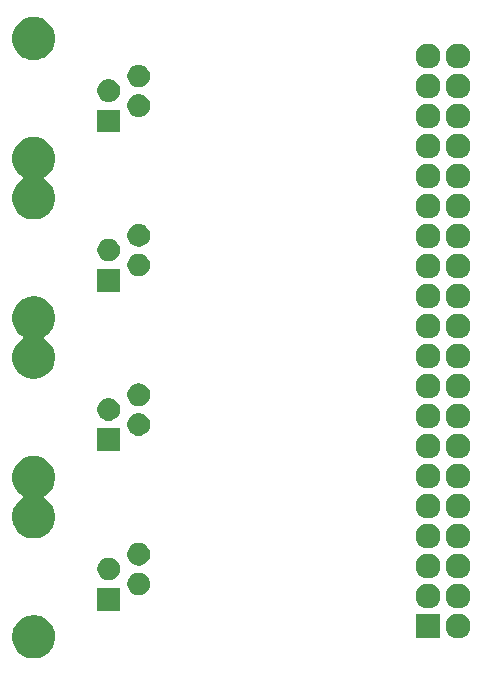
<source format=gbr>
G04 #@! TF.GenerationSoftware,KiCad,Pcbnew,5.1.5-52549c5~84~ubuntu19.10.1*
G04 #@! TF.CreationDate,2020-01-22T18:54:25-06:00*
G04 #@! TF.ProjectId,PiKwonDoHAT,50694b77-6f6e-4446-9f48-41542e6b6963,rev?*
G04 #@! TF.SameCoordinates,PX6bc3e40PY7b85d38*
G04 #@! TF.FileFunction,Soldermask,Bot*
G04 #@! TF.FilePolarity,Negative*
%FSLAX46Y46*%
G04 Gerber Fmt 4.6, Leading zero omitted, Abs format (unit mm)*
G04 Created by KiCad (PCBNEW 5.1.5-52549c5~84~ubuntu19.10.1) date 2020-01-22 18:54:25*
%MOMM*%
%LPD*%
G04 APERTURE LIST*
%ADD10C,0.100000*%
G04 APERTURE END LIST*
D10*
G36*
X-37533960Y4902933D02*
G01*
X-37357667Y4867866D01*
X-37286984Y4838588D01*
X-37025540Y4730295D01*
X-36726631Y4530570D01*
X-36472430Y4276369D01*
X-36272705Y3977460D01*
X-36248732Y3919583D01*
X-36135134Y3645333D01*
X-36111325Y3525638D01*
X-36065000Y3292748D01*
X-36065000Y2933252D01*
X-36135134Y2580668D01*
X-36272705Y2248540D01*
X-36472430Y1949631D01*
X-36726631Y1695430D01*
X-37025540Y1495705D01*
X-37220096Y1415118D01*
X-37357667Y1358134D01*
X-37533960Y1323067D01*
X-37710252Y1288000D01*
X-38069748Y1288000D01*
X-38246040Y1323067D01*
X-38422333Y1358134D01*
X-38559904Y1415118D01*
X-38754460Y1495705D01*
X-39053369Y1695430D01*
X-39307570Y1949631D01*
X-39507295Y2248540D01*
X-39644866Y2580668D01*
X-39715000Y2933252D01*
X-39715000Y3292748D01*
X-39668675Y3525638D01*
X-39644866Y3645333D01*
X-39531268Y3919583D01*
X-39507295Y3977460D01*
X-39307570Y4276369D01*
X-39053369Y4530570D01*
X-38754460Y4730295D01*
X-38493016Y4838588D01*
X-38422333Y4867866D01*
X-38246040Y4902933D01*
X-38069748Y4938000D01*
X-37710252Y4938000D01*
X-37533960Y4902933D01*
G37*
G36*
X-1831313Y5067973D02*
G01*
X-1653726Y5032650D01*
X-1462638Y4953498D01*
X-1290664Y4838589D01*
X-1144411Y4692336D01*
X-1029502Y4520362D01*
X-950350Y4329274D01*
X-910000Y4126416D01*
X-910000Y3919584D01*
X-950350Y3716726D01*
X-1029502Y3525638D01*
X-1144411Y3353664D01*
X-1290664Y3207411D01*
X-1462638Y3092502D01*
X-1653726Y3013350D01*
X-1831313Y2978027D01*
X-1856583Y2973000D01*
X-2063417Y2973000D01*
X-2088687Y2978027D01*
X-2266274Y3013350D01*
X-2457362Y3092502D01*
X-2629336Y3207411D01*
X-2775589Y3353664D01*
X-2890498Y3525638D01*
X-2969650Y3716726D01*
X-3010000Y3919584D01*
X-3010000Y4126416D01*
X-2969650Y4329274D01*
X-2890498Y4520362D01*
X-2775589Y4692336D01*
X-2629336Y4838589D01*
X-2457362Y4953498D01*
X-2266274Y5032650D01*
X-2088687Y5067973D01*
X-2063417Y5073000D01*
X-1856583Y5073000D01*
X-1831313Y5067973D01*
G37*
G36*
X-3450000Y2973000D02*
G01*
X-5550000Y2973000D01*
X-5550000Y5073000D01*
X-3450000Y5073000D01*
X-3450000Y2973000D01*
G37*
G36*
X-30580000Y5333000D02*
G01*
X-32500000Y5333000D01*
X-32500000Y7253000D01*
X-30580000Y7253000D01*
X-30580000Y5333000D01*
G37*
G36*
X-4371313Y7607973D02*
G01*
X-4193726Y7572650D01*
X-4002638Y7493498D01*
X-3830664Y7378589D01*
X-3684411Y7232336D01*
X-3569502Y7060362D01*
X-3490350Y6869274D01*
X-3450000Y6666416D01*
X-3450000Y6459584D01*
X-3490350Y6256726D01*
X-3569502Y6065638D01*
X-3684411Y5893664D01*
X-3830664Y5747411D01*
X-4002638Y5632502D01*
X-4193726Y5553350D01*
X-4371313Y5518027D01*
X-4396583Y5513000D01*
X-4603417Y5513000D01*
X-4628687Y5518027D01*
X-4806274Y5553350D01*
X-4997362Y5632502D01*
X-5169336Y5747411D01*
X-5315589Y5893664D01*
X-5430498Y6065638D01*
X-5509650Y6256726D01*
X-5550000Y6459584D01*
X-5550000Y6666416D01*
X-5509650Y6869274D01*
X-5430498Y7060362D01*
X-5315589Y7232336D01*
X-5169336Y7378589D01*
X-4997362Y7493498D01*
X-4806274Y7572650D01*
X-4628687Y7607973D01*
X-4603417Y7613000D01*
X-4396583Y7613000D01*
X-4371313Y7607973D01*
G37*
G36*
X-1831313Y7607973D02*
G01*
X-1653726Y7572650D01*
X-1462638Y7493498D01*
X-1290664Y7378589D01*
X-1144411Y7232336D01*
X-1029502Y7060362D01*
X-950350Y6869274D01*
X-910000Y6666416D01*
X-910000Y6459584D01*
X-950350Y6256726D01*
X-1029502Y6065638D01*
X-1144411Y5893664D01*
X-1290664Y5747411D01*
X-1462638Y5632502D01*
X-1653726Y5553350D01*
X-1831313Y5518027D01*
X-1856583Y5513000D01*
X-2063417Y5513000D01*
X-2088687Y5518027D01*
X-2266274Y5553350D01*
X-2457362Y5632502D01*
X-2629336Y5747411D01*
X-2775589Y5893664D01*
X-2890498Y6065638D01*
X-2969650Y6256726D01*
X-3010000Y6459584D01*
X-3010000Y6666416D01*
X-2969650Y6869274D01*
X-2890498Y7060362D01*
X-2775589Y7232336D01*
X-2629336Y7378589D01*
X-2457362Y7493498D01*
X-2266274Y7572650D01*
X-2088687Y7607973D01*
X-2063417Y7613000D01*
X-1856583Y7613000D01*
X-1831313Y7607973D01*
G37*
G36*
X-28812713Y8534554D02*
G01*
X-28719978Y8516108D01*
X-28545269Y8443741D01*
X-28388036Y8338681D01*
X-28254319Y8204964D01*
X-28149259Y8047731D01*
X-28089309Y7903000D01*
X-28076892Y7873021D01*
X-28040000Y7687553D01*
X-28040000Y7498447D01*
X-28058446Y7405713D01*
X-28076892Y7312978D01*
X-28149259Y7138269D01*
X-28254319Y6981036D01*
X-28388036Y6847319D01*
X-28545269Y6742259D01*
X-28719978Y6669892D01*
X-28812713Y6651446D01*
X-28905447Y6633000D01*
X-29094553Y6633000D01*
X-29187287Y6651446D01*
X-29280022Y6669892D01*
X-29454731Y6742259D01*
X-29611964Y6847319D01*
X-29745681Y6981036D01*
X-29850741Y7138269D01*
X-29923108Y7312978D01*
X-29941554Y7405713D01*
X-29960000Y7498447D01*
X-29960000Y7687553D01*
X-29923108Y7873021D01*
X-29910690Y7903000D01*
X-29850741Y8047731D01*
X-29745681Y8204964D01*
X-29611964Y8338681D01*
X-29454731Y8443741D01*
X-29280022Y8516108D01*
X-29187287Y8534554D01*
X-29094553Y8553000D01*
X-28905447Y8553000D01*
X-28812713Y8534554D01*
G37*
G36*
X-31352713Y9804554D02*
G01*
X-31259978Y9786108D01*
X-31085269Y9713741D01*
X-30928036Y9608681D01*
X-30794319Y9474964D01*
X-30689259Y9317731D01*
X-30616892Y9143022D01*
X-30580000Y8957552D01*
X-30580000Y8768448D01*
X-30616892Y8582978D01*
X-30689259Y8408269D01*
X-30794319Y8251036D01*
X-30928036Y8117319D01*
X-31085269Y8012259D01*
X-31259978Y7939892D01*
X-31352713Y7921446D01*
X-31445447Y7903000D01*
X-31634553Y7903000D01*
X-31727287Y7921446D01*
X-31820022Y7939892D01*
X-31994731Y8012259D01*
X-32151964Y8117319D01*
X-32285681Y8251036D01*
X-32390741Y8408269D01*
X-32463108Y8582978D01*
X-32500000Y8768448D01*
X-32500000Y8957552D01*
X-32463108Y9143022D01*
X-32390741Y9317731D01*
X-32285681Y9474964D01*
X-32151964Y9608681D01*
X-31994731Y9713741D01*
X-31820022Y9786108D01*
X-31727287Y9804554D01*
X-31634553Y9823000D01*
X-31445447Y9823000D01*
X-31352713Y9804554D01*
G37*
G36*
X-1831313Y10147973D02*
G01*
X-1653726Y10112650D01*
X-1462638Y10033498D01*
X-1290664Y9918589D01*
X-1144411Y9772336D01*
X-1029502Y9600362D01*
X-950350Y9409274D01*
X-910000Y9206416D01*
X-910000Y8999584D01*
X-950350Y8796726D01*
X-1029502Y8605638D01*
X-1144411Y8433664D01*
X-1290664Y8287411D01*
X-1462638Y8172502D01*
X-1653726Y8093350D01*
X-1831313Y8058027D01*
X-1856583Y8053000D01*
X-2063417Y8053000D01*
X-2088687Y8058027D01*
X-2266274Y8093350D01*
X-2457362Y8172502D01*
X-2629336Y8287411D01*
X-2775589Y8433664D01*
X-2890498Y8605638D01*
X-2969650Y8796726D01*
X-3010000Y8999584D01*
X-3010000Y9206416D01*
X-2969650Y9409274D01*
X-2890498Y9600362D01*
X-2775589Y9772336D01*
X-2629336Y9918589D01*
X-2457362Y10033498D01*
X-2266274Y10112650D01*
X-2088687Y10147973D01*
X-2063417Y10153000D01*
X-1856583Y10153000D01*
X-1831313Y10147973D01*
G37*
G36*
X-4371313Y10147973D02*
G01*
X-4193726Y10112650D01*
X-4002638Y10033498D01*
X-3830664Y9918589D01*
X-3684411Y9772336D01*
X-3569502Y9600362D01*
X-3490350Y9409274D01*
X-3450000Y9206416D01*
X-3450000Y8999584D01*
X-3490350Y8796726D01*
X-3569502Y8605638D01*
X-3684411Y8433664D01*
X-3830664Y8287411D01*
X-4002638Y8172502D01*
X-4193726Y8093350D01*
X-4371313Y8058027D01*
X-4396583Y8053000D01*
X-4603417Y8053000D01*
X-4628687Y8058027D01*
X-4806274Y8093350D01*
X-4997362Y8172502D01*
X-5169336Y8287411D01*
X-5315589Y8433664D01*
X-5430498Y8605638D01*
X-5509650Y8796726D01*
X-5550000Y8999584D01*
X-5550000Y9206416D01*
X-5509650Y9409274D01*
X-5430498Y9600362D01*
X-5315589Y9772336D01*
X-5169336Y9918589D01*
X-4997362Y10033498D01*
X-4806274Y10112650D01*
X-4628687Y10147973D01*
X-4603417Y10153000D01*
X-4396583Y10153000D01*
X-4371313Y10147973D01*
G37*
G36*
X-28812713Y11044554D02*
G01*
X-28719978Y11026108D01*
X-28545269Y10953741D01*
X-28388036Y10848681D01*
X-28254319Y10714964D01*
X-28149259Y10557731D01*
X-28076892Y10383022D01*
X-28040000Y10197552D01*
X-28040000Y10008448D01*
X-28076892Y9822978D01*
X-28149259Y9648269D01*
X-28254319Y9491036D01*
X-28388036Y9357319D01*
X-28545269Y9252259D01*
X-28719978Y9179892D01*
X-28812713Y9161446D01*
X-28905447Y9143000D01*
X-29094553Y9143000D01*
X-29187287Y9161446D01*
X-29280022Y9179892D01*
X-29454731Y9252259D01*
X-29611964Y9357319D01*
X-29745681Y9491036D01*
X-29850741Y9648269D01*
X-29923108Y9822978D01*
X-29960000Y10008448D01*
X-29960000Y10197552D01*
X-29923108Y10383022D01*
X-29850741Y10557731D01*
X-29745681Y10714964D01*
X-29611964Y10848681D01*
X-29454731Y10953741D01*
X-29280022Y11026108D01*
X-29187287Y11044554D01*
X-29094553Y11063000D01*
X-28905447Y11063000D01*
X-28812713Y11044554D01*
G37*
G36*
X-4371313Y12687973D02*
G01*
X-4193726Y12652650D01*
X-4002638Y12573498D01*
X-3830664Y12458589D01*
X-3684411Y12312336D01*
X-3569502Y12140362D01*
X-3490350Y11949274D01*
X-3450000Y11746416D01*
X-3450000Y11539584D01*
X-3490350Y11336726D01*
X-3569502Y11145638D01*
X-3684411Y10973664D01*
X-3830664Y10827411D01*
X-4002638Y10712502D01*
X-4193726Y10633350D01*
X-4371313Y10598027D01*
X-4396583Y10593000D01*
X-4603417Y10593000D01*
X-4628687Y10598027D01*
X-4806274Y10633350D01*
X-4997362Y10712502D01*
X-5169336Y10827411D01*
X-5315589Y10973664D01*
X-5430498Y11145638D01*
X-5509650Y11336726D01*
X-5550000Y11539584D01*
X-5550000Y11746416D01*
X-5509650Y11949274D01*
X-5430498Y12140362D01*
X-5315589Y12312336D01*
X-5169336Y12458589D01*
X-4997362Y12573498D01*
X-4806274Y12652650D01*
X-4628687Y12687973D01*
X-4603417Y12693000D01*
X-4396583Y12693000D01*
X-4371313Y12687973D01*
G37*
G36*
X-1831313Y12687973D02*
G01*
X-1653726Y12652650D01*
X-1462638Y12573498D01*
X-1290664Y12458589D01*
X-1144411Y12312336D01*
X-1029502Y12140362D01*
X-950350Y11949274D01*
X-910000Y11746416D01*
X-910000Y11539584D01*
X-950350Y11336726D01*
X-1029502Y11145638D01*
X-1144411Y10973664D01*
X-1290664Y10827411D01*
X-1462638Y10712502D01*
X-1653726Y10633350D01*
X-1831313Y10598027D01*
X-1856583Y10593000D01*
X-2063417Y10593000D01*
X-2088687Y10598027D01*
X-2266274Y10633350D01*
X-2457362Y10712502D01*
X-2629336Y10827411D01*
X-2775589Y10973664D01*
X-2890498Y11145638D01*
X-2969650Y11336726D01*
X-3010000Y11539584D01*
X-3010000Y11746416D01*
X-2969650Y11949274D01*
X-2890498Y12140362D01*
X-2775589Y12312336D01*
X-2629336Y12458589D01*
X-2457362Y12573498D01*
X-2266274Y12652650D01*
X-2088687Y12687973D01*
X-2063417Y12693000D01*
X-1856583Y12693000D01*
X-1831313Y12687973D01*
G37*
G36*
X-37533960Y18402933D02*
G01*
X-37357667Y18367866D01*
X-37272291Y18332502D01*
X-37025540Y18230295D01*
X-36726631Y18030570D01*
X-36472430Y17776369D01*
X-36272705Y17477460D01*
X-36135134Y17145332D01*
X-36065000Y16792748D01*
X-36065000Y16433252D01*
X-36135134Y16080668D01*
X-36272705Y15748540D01*
X-36472430Y15449631D01*
X-36726631Y15195430D01*
X-36948872Y15046933D01*
X-36967814Y15031388D01*
X-36983359Y15012446D01*
X-36994910Y14990835D01*
X-37002023Y14967386D01*
X-37004425Y14943000D01*
X-37002023Y14918614D01*
X-36994910Y14895165D01*
X-36983359Y14873554D01*
X-36967814Y14854612D01*
X-36948872Y14839067D01*
X-36726631Y14690570D01*
X-36472430Y14436369D01*
X-36272705Y14137460D01*
X-36248732Y14079583D01*
X-36135134Y13805333D01*
X-36065000Y13452747D01*
X-36065000Y13093253D01*
X-36135134Y12740667D01*
X-36171592Y12652650D01*
X-36272705Y12408540D01*
X-36472430Y12109631D01*
X-36726631Y11855430D01*
X-37025540Y11655705D01*
X-37220096Y11575118D01*
X-37357667Y11518134D01*
X-37533960Y11483067D01*
X-37710252Y11448000D01*
X-38069748Y11448000D01*
X-38246040Y11483067D01*
X-38422333Y11518134D01*
X-38559904Y11575118D01*
X-38754460Y11655705D01*
X-39053369Y11855430D01*
X-39307570Y12109631D01*
X-39507295Y12408540D01*
X-39608408Y12652650D01*
X-39644866Y12740667D01*
X-39715000Y13093253D01*
X-39715000Y13452747D01*
X-39644866Y13805333D01*
X-39531268Y14079583D01*
X-39507295Y14137460D01*
X-39307570Y14436369D01*
X-39053369Y14690570D01*
X-38831128Y14839067D01*
X-38812186Y14854612D01*
X-38796641Y14873554D01*
X-38785090Y14895165D01*
X-38777977Y14918614D01*
X-38775575Y14943000D01*
X-38777977Y14967386D01*
X-38785090Y14990835D01*
X-38796641Y15012446D01*
X-38812186Y15031388D01*
X-38831128Y15046933D01*
X-39053369Y15195430D01*
X-39307570Y15449631D01*
X-39507295Y15748540D01*
X-39644866Y16080668D01*
X-39715000Y16433252D01*
X-39715000Y16792748D01*
X-39644866Y17145332D01*
X-39507295Y17477460D01*
X-39307570Y17776369D01*
X-39053369Y18030570D01*
X-38754460Y18230295D01*
X-38507709Y18332502D01*
X-38422333Y18367866D01*
X-38246040Y18402933D01*
X-38069748Y18438000D01*
X-37710252Y18438000D01*
X-37533960Y18402933D01*
G37*
G36*
X-1831313Y15227973D02*
G01*
X-1653726Y15192650D01*
X-1462638Y15113498D01*
X-1290664Y14998589D01*
X-1144411Y14852336D01*
X-1029502Y14680362D01*
X-950350Y14489274D01*
X-910000Y14286416D01*
X-910000Y14079584D01*
X-950350Y13876726D01*
X-1029502Y13685638D01*
X-1144411Y13513664D01*
X-1290664Y13367411D01*
X-1462638Y13252502D01*
X-1653726Y13173350D01*
X-1831313Y13138027D01*
X-1856583Y13133000D01*
X-2063417Y13133000D01*
X-2088687Y13138027D01*
X-2266274Y13173350D01*
X-2457362Y13252502D01*
X-2629336Y13367411D01*
X-2775589Y13513664D01*
X-2890498Y13685638D01*
X-2969650Y13876726D01*
X-3010000Y14079584D01*
X-3010000Y14286416D01*
X-2969650Y14489274D01*
X-2890498Y14680362D01*
X-2775589Y14852336D01*
X-2629336Y14998589D01*
X-2457362Y15113498D01*
X-2266274Y15192650D01*
X-2088687Y15227973D01*
X-2063417Y15233000D01*
X-1856583Y15233000D01*
X-1831313Y15227973D01*
G37*
G36*
X-4371313Y15227973D02*
G01*
X-4193726Y15192650D01*
X-4002638Y15113498D01*
X-3830664Y14998589D01*
X-3684411Y14852336D01*
X-3569502Y14680362D01*
X-3490350Y14489274D01*
X-3450000Y14286416D01*
X-3450000Y14079584D01*
X-3490350Y13876726D01*
X-3569502Y13685638D01*
X-3684411Y13513664D01*
X-3830664Y13367411D01*
X-4002638Y13252502D01*
X-4193726Y13173350D01*
X-4371313Y13138027D01*
X-4396583Y13133000D01*
X-4603417Y13133000D01*
X-4628687Y13138027D01*
X-4806274Y13173350D01*
X-4997362Y13252502D01*
X-5169336Y13367411D01*
X-5315589Y13513664D01*
X-5430498Y13685638D01*
X-5509650Y13876726D01*
X-5550000Y14079584D01*
X-5550000Y14286416D01*
X-5509650Y14489274D01*
X-5430498Y14680362D01*
X-5315589Y14852336D01*
X-5169336Y14998589D01*
X-4997362Y15113498D01*
X-4806274Y15192650D01*
X-4628687Y15227973D01*
X-4603417Y15233000D01*
X-4396583Y15233000D01*
X-4371313Y15227973D01*
G37*
G36*
X-1831313Y17767973D02*
G01*
X-1653726Y17732650D01*
X-1462638Y17653498D01*
X-1290664Y17538589D01*
X-1144411Y17392336D01*
X-1029502Y17220362D01*
X-950350Y17029274D01*
X-910000Y16826416D01*
X-910000Y16619584D01*
X-950350Y16416726D01*
X-1029502Y16225638D01*
X-1144411Y16053664D01*
X-1290664Y15907411D01*
X-1462638Y15792502D01*
X-1653726Y15713350D01*
X-1831313Y15678027D01*
X-1856583Y15673000D01*
X-2063417Y15673000D01*
X-2088687Y15678027D01*
X-2266274Y15713350D01*
X-2457362Y15792502D01*
X-2629336Y15907411D01*
X-2775589Y16053664D01*
X-2890498Y16225638D01*
X-2969650Y16416726D01*
X-3010000Y16619584D01*
X-3010000Y16826416D01*
X-2969650Y17029274D01*
X-2890498Y17220362D01*
X-2775589Y17392336D01*
X-2629336Y17538589D01*
X-2457362Y17653498D01*
X-2266274Y17732650D01*
X-2088687Y17767973D01*
X-2063417Y17773000D01*
X-1856583Y17773000D01*
X-1831313Y17767973D01*
G37*
G36*
X-4371313Y17767973D02*
G01*
X-4193726Y17732650D01*
X-4002638Y17653498D01*
X-3830664Y17538589D01*
X-3684411Y17392336D01*
X-3569502Y17220362D01*
X-3490350Y17029274D01*
X-3450000Y16826416D01*
X-3450000Y16619584D01*
X-3490350Y16416726D01*
X-3569502Y16225638D01*
X-3684411Y16053664D01*
X-3830664Y15907411D01*
X-4002638Y15792502D01*
X-4193726Y15713350D01*
X-4371313Y15678027D01*
X-4396583Y15673000D01*
X-4603417Y15673000D01*
X-4628687Y15678027D01*
X-4806274Y15713350D01*
X-4997362Y15792502D01*
X-5169336Y15907411D01*
X-5315589Y16053664D01*
X-5430498Y16225638D01*
X-5509650Y16416726D01*
X-5550000Y16619584D01*
X-5550000Y16826416D01*
X-5509650Y17029274D01*
X-5430498Y17220362D01*
X-5315589Y17392336D01*
X-5169336Y17538589D01*
X-4997362Y17653498D01*
X-4806274Y17732650D01*
X-4628687Y17767973D01*
X-4603417Y17773000D01*
X-4396583Y17773000D01*
X-4371313Y17767973D01*
G37*
G36*
X-4371313Y20307973D02*
G01*
X-4193726Y20272650D01*
X-4002638Y20193498D01*
X-3830664Y20078589D01*
X-3684411Y19932336D01*
X-3569502Y19760362D01*
X-3490350Y19569274D01*
X-3450000Y19366416D01*
X-3450000Y19159584D01*
X-3490350Y18956726D01*
X-3569502Y18765638D01*
X-3684411Y18593664D01*
X-3830664Y18447411D01*
X-4002638Y18332502D01*
X-4193726Y18253350D01*
X-4371313Y18218027D01*
X-4396583Y18213000D01*
X-4603417Y18213000D01*
X-4628687Y18218027D01*
X-4806274Y18253350D01*
X-4997362Y18332502D01*
X-5169336Y18447411D01*
X-5315589Y18593664D01*
X-5430498Y18765638D01*
X-5509650Y18956726D01*
X-5550000Y19159584D01*
X-5550000Y19366416D01*
X-5509650Y19569274D01*
X-5430498Y19760362D01*
X-5315589Y19932336D01*
X-5169336Y20078589D01*
X-4997362Y20193498D01*
X-4806274Y20272650D01*
X-4628687Y20307973D01*
X-4603417Y20313000D01*
X-4396583Y20313000D01*
X-4371313Y20307973D01*
G37*
G36*
X-1831313Y20307973D02*
G01*
X-1653726Y20272650D01*
X-1462638Y20193498D01*
X-1290664Y20078589D01*
X-1144411Y19932336D01*
X-1029502Y19760362D01*
X-950350Y19569274D01*
X-910000Y19366416D01*
X-910000Y19159584D01*
X-950350Y18956726D01*
X-1029502Y18765638D01*
X-1144411Y18593664D01*
X-1290664Y18447411D01*
X-1462638Y18332502D01*
X-1653726Y18253350D01*
X-1831313Y18218027D01*
X-1856583Y18213000D01*
X-2063417Y18213000D01*
X-2088687Y18218027D01*
X-2266274Y18253350D01*
X-2457362Y18332502D01*
X-2629336Y18447411D01*
X-2775589Y18593664D01*
X-2890498Y18765638D01*
X-2969650Y18956726D01*
X-3010000Y19159584D01*
X-3010000Y19366416D01*
X-2969650Y19569274D01*
X-2890498Y19760362D01*
X-2775589Y19932336D01*
X-2629336Y20078589D01*
X-2457362Y20193498D01*
X-2266274Y20272650D01*
X-2088687Y20307973D01*
X-2063417Y20313000D01*
X-1856583Y20313000D01*
X-1831313Y20307973D01*
G37*
G36*
X-30580000Y18833000D02*
G01*
X-32500000Y18833000D01*
X-32500000Y20753000D01*
X-30580000Y20753000D01*
X-30580000Y18833000D01*
G37*
G36*
X-28812713Y22034554D02*
G01*
X-28719978Y22016108D01*
X-28545269Y21943741D01*
X-28388036Y21838681D01*
X-28254319Y21704964D01*
X-28149259Y21547731D01*
X-28076892Y21373022D01*
X-28040000Y21187552D01*
X-28040000Y20998448D01*
X-28076892Y20812978D01*
X-28149259Y20638269D01*
X-28254319Y20481036D01*
X-28388036Y20347319D01*
X-28545269Y20242259D01*
X-28719978Y20169892D01*
X-28812713Y20151446D01*
X-28905447Y20133000D01*
X-29094553Y20133000D01*
X-29187287Y20151446D01*
X-29280022Y20169892D01*
X-29454731Y20242259D01*
X-29611964Y20347319D01*
X-29745681Y20481036D01*
X-29850741Y20638269D01*
X-29923108Y20812978D01*
X-29960000Y20998448D01*
X-29960000Y21187552D01*
X-29923108Y21373022D01*
X-29850741Y21547731D01*
X-29745681Y21704964D01*
X-29611964Y21838681D01*
X-29454731Y21943741D01*
X-29280022Y22016108D01*
X-29187287Y22034554D01*
X-29094553Y22053000D01*
X-28905447Y22053000D01*
X-28812713Y22034554D01*
G37*
G36*
X-1831313Y22847973D02*
G01*
X-1653726Y22812650D01*
X-1462638Y22733498D01*
X-1290664Y22618589D01*
X-1144411Y22472336D01*
X-1029502Y22300362D01*
X-950350Y22109274D01*
X-917424Y21943741D01*
X-910368Y21908269D01*
X-910000Y21906416D01*
X-910000Y21699584D01*
X-950350Y21496726D01*
X-1029502Y21305638D01*
X-1144411Y21133664D01*
X-1290664Y20987411D01*
X-1462638Y20872502D01*
X-1653726Y20793350D01*
X-1831313Y20758027D01*
X-1856583Y20753000D01*
X-2063417Y20753000D01*
X-2088687Y20758027D01*
X-2266274Y20793350D01*
X-2457362Y20872502D01*
X-2629336Y20987411D01*
X-2775589Y21133664D01*
X-2890498Y21305638D01*
X-2969650Y21496726D01*
X-3010000Y21699584D01*
X-3010000Y21906416D01*
X-3009631Y21908269D01*
X-3002576Y21943741D01*
X-2969650Y22109274D01*
X-2890498Y22300362D01*
X-2775589Y22472336D01*
X-2629336Y22618589D01*
X-2457362Y22733498D01*
X-2266274Y22812650D01*
X-2088687Y22847973D01*
X-2063417Y22853000D01*
X-1856583Y22853000D01*
X-1831313Y22847973D01*
G37*
G36*
X-4371313Y22847973D02*
G01*
X-4193726Y22812650D01*
X-4002638Y22733498D01*
X-3830664Y22618589D01*
X-3684411Y22472336D01*
X-3569502Y22300362D01*
X-3490350Y22109274D01*
X-3457424Y21943741D01*
X-3450368Y21908269D01*
X-3450000Y21906416D01*
X-3450000Y21699584D01*
X-3490350Y21496726D01*
X-3569502Y21305638D01*
X-3684411Y21133664D01*
X-3830664Y20987411D01*
X-4002638Y20872502D01*
X-4193726Y20793350D01*
X-4371313Y20758027D01*
X-4396583Y20753000D01*
X-4603417Y20753000D01*
X-4628687Y20758027D01*
X-4806274Y20793350D01*
X-4997362Y20872502D01*
X-5169336Y20987411D01*
X-5315589Y21133664D01*
X-5430498Y21305638D01*
X-5509650Y21496726D01*
X-5550000Y21699584D01*
X-5550000Y21906416D01*
X-5549631Y21908269D01*
X-5542576Y21943741D01*
X-5509650Y22109274D01*
X-5430498Y22300362D01*
X-5315589Y22472336D01*
X-5169336Y22618589D01*
X-4997362Y22733498D01*
X-4806274Y22812650D01*
X-4628687Y22847973D01*
X-4603417Y22853000D01*
X-4396583Y22853000D01*
X-4371313Y22847973D01*
G37*
G36*
X-31352713Y23304554D02*
G01*
X-31259978Y23286108D01*
X-31085269Y23213741D01*
X-30928036Y23108681D01*
X-30794319Y22974964D01*
X-30689259Y22817731D01*
X-30616892Y22643022D01*
X-30580000Y22457552D01*
X-30580000Y22268448D01*
X-30616892Y22082978D01*
X-30689259Y21908269D01*
X-30794319Y21751036D01*
X-30928036Y21617319D01*
X-31085269Y21512259D01*
X-31259978Y21439892D01*
X-31352713Y21421446D01*
X-31445447Y21403000D01*
X-31634553Y21403000D01*
X-31727287Y21421446D01*
X-31820022Y21439892D01*
X-31994731Y21512259D01*
X-32151964Y21617319D01*
X-32285681Y21751036D01*
X-32390741Y21908269D01*
X-32463108Y22082978D01*
X-32500000Y22268448D01*
X-32500000Y22457552D01*
X-32463108Y22643022D01*
X-32390741Y22817731D01*
X-32285681Y22974964D01*
X-32151964Y23108681D01*
X-31994731Y23213741D01*
X-31820022Y23286108D01*
X-31727287Y23304554D01*
X-31634553Y23323000D01*
X-31445447Y23323000D01*
X-31352713Y23304554D01*
G37*
G36*
X-28812713Y24544554D02*
G01*
X-28719978Y24526108D01*
X-28545269Y24453741D01*
X-28388036Y24348681D01*
X-28254319Y24214964D01*
X-28149259Y24057731D01*
X-28076892Y23883022D01*
X-28040000Y23697552D01*
X-28040000Y23508448D01*
X-28076892Y23322978D01*
X-28149259Y23148269D01*
X-28254319Y22991036D01*
X-28388036Y22857319D01*
X-28545269Y22752259D01*
X-28719978Y22679892D01*
X-28812713Y22661446D01*
X-28905447Y22643000D01*
X-29094553Y22643000D01*
X-29187287Y22661446D01*
X-29280022Y22679892D01*
X-29454731Y22752259D01*
X-29611964Y22857319D01*
X-29745681Y22991036D01*
X-29850741Y23148269D01*
X-29923108Y23322978D01*
X-29960000Y23508448D01*
X-29960000Y23697552D01*
X-29923108Y23883022D01*
X-29850741Y24057731D01*
X-29745681Y24214964D01*
X-29611964Y24348681D01*
X-29454731Y24453741D01*
X-29280022Y24526108D01*
X-29187287Y24544554D01*
X-29094553Y24563000D01*
X-28905447Y24563000D01*
X-28812713Y24544554D01*
G37*
G36*
X-1831313Y25387973D02*
G01*
X-1653726Y25352650D01*
X-1462638Y25273498D01*
X-1290664Y25158589D01*
X-1144411Y25012336D01*
X-1029502Y24840362D01*
X-950350Y24649274D01*
X-910000Y24446416D01*
X-910000Y24239584D01*
X-950350Y24036726D01*
X-1029502Y23845638D01*
X-1144411Y23673664D01*
X-1290664Y23527411D01*
X-1462638Y23412502D01*
X-1653726Y23333350D01*
X-1831313Y23298027D01*
X-1856583Y23293000D01*
X-2063417Y23293000D01*
X-2088687Y23298027D01*
X-2266274Y23333350D01*
X-2457362Y23412502D01*
X-2629336Y23527411D01*
X-2775589Y23673664D01*
X-2890498Y23845638D01*
X-2969650Y24036726D01*
X-3010000Y24239584D01*
X-3010000Y24446416D01*
X-2969650Y24649274D01*
X-2890498Y24840362D01*
X-2775589Y25012336D01*
X-2629336Y25158589D01*
X-2457362Y25273498D01*
X-2266274Y25352650D01*
X-2088687Y25387973D01*
X-2063417Y25393000D01*
X-1856583Y25393000D01*
X-1831313Y25387973D01*
G37*
G36*
X-4371313Y25387973D02*
G01*
X-4193726Y25352650D01*
X-4002638Y25273498D01*
X-3830664Y25158589D01*
X-3684411Y25012336D01*
X-3569502Y24840362D01*
X-3490350Y24649274D01*
X-3450000Y24446416D01*
X-3450000Y24239584D01*
X-3490350Y24036726D01*
X-3569502Y23845638D01*
X-3684411Y23673664D01*
X-3830664Y23527411D01*
X-4002638Y23412502D01*
X-4193726Y23333350D01*
X-4371313Y23298027D01*
X-4396583Y23293000D01*
X-4603417Y23293000D01*
X-4628687Y23298027D01*
X-4806274Y23333350D01*
X-4997362Y23412502D01*
X-5169336Y23527411D01*
X-5315589Y23673664D01*
X-5430498Y23845638D01*
X-5509650Y24036726D01*
X-5550000Y24239584D01*
X-5550000Y24446416D01*
X-5509650Y24649274D01*
X-5430498Y24840362D01*
X-5315589Y25012336D01*
X-5169336Y25158589D01*
X-4997362Y25273498D01*
X-4806274Y25352650D01*
X-4628687Y25387973D01*
X-4603417Y25393000D01*
X-4396583Y25393000D01*
X-4371313Y25387973D01*
G37*
G36*
X-37533960Y31902933D02*
G01*
X-37357667Y31867866D01*
X-37220096Y31810882D01*
X-37025540Y31730295D01*
X-36726631Y31530570D01*
X-36472430Y31276369D01*
X-36272705Y30977460D01*
X-36135134Y30645332D01*
X-36065000Y30292748D01*
X-36065000Y29933252D01*
X-36135134Y29580668D01*
X-36272705Y29248540D01*
X-36472430Y28949631D01*
X-36726631Y28695430D01*
X-36948872Y28546933D01*
X-36967814Y28531388D01*
X-36983359Y28512446D01*
X-36994910Y28490835D01*
X-37002023Y28467386D01*
X-37004425Y28443000D01*
X-37002023Y28418614D01*
X-36994910Y28395165D01*
X-36983359Y28373554D01*
X-36967814Y28354612D01*
X-36948872Y28339067D01*
X-36726631Y28190570D01*
X-36472430Y27936369D01*
X-36272705Y27637460D01*
X-36135134Y27305332D01*
X-36065000Y26952748D01*
X-36065000Y26593252D01*
X-36135134Y26240668D01*
X-36272705Y25908540D01*
X-36472430Y25609631D01*
X-36726631Y25355430D01*
X-37025540Y25155705D01*
X-37220096Y25075118D01*
X-37357667Y25018134D01*
X-37533960Y24983067D01*
X-37710252Y24948000D01*
X-38069748Y24948000D01*
X-38246040Y24983067D01*
X-38422333Y25018134D01*
X-38559904Y25075118D01*
X-38754460Y25155705D01*
X-39053369Y25355430D01*
X-39307570Y25609631D01*
X-39507295Y25908540D01*
X-39644866Y26240668D01*
X-39715000Y26593252D01*
X-39715000Y26952748D01*
X-39644866Y27305332D01*
X-39507295Y27637460D01*
X-39307570Y27936369D01*
X-39053369Y28190570D01*
X-38831128Y28339067D01*
X-38812186Y28354612D01*
X-38796641Y28373554D01*
X-38785090Y28395165D01*
X-38777977Y28418614D01*
X-38775575Y28443000D01*
X-38777977Y28467386D01*
X-38785090Y28490835D01*
X-38796641Y28512446D01*
X-38812186Y28531388D01*
X-38831128Y28546933D01*
X-39053369Y28695430D01*
X-39307570Y28949631D01*
X-39507295Y29248540D01*
X-39644866Y29580668D01*
X-39715000Y29933252D01*
X-39715000Y30292748D01*
X-39644866Y30645332D01*
X-39507295Y30977460D01*
X-39307570Y31276369D01*
X-39053369Y31530570D01*
X-38754460Y31730295D01*
X-38559904Y31810882D01*
X-38422333Y31867866D01*
X-38246040Y31902933D01*
X-38069748Y31938000D01*
X-37710252Y31938000D01*
X-37533960Y31902933D01*
G37*
G36*
X-1831313Y27927973D02*
G01*
X-1653726Y27892650D01*
X-1462638Y27813498D01*
X-1290664Y27698589D01*
X-1144411Y27552336D01*
X-1029502Y27380362D01*
X-950350Y27189274D01*
X-910000Y26986416D01*
X-910000Y26779584D01*
X-950350Y26576726D01*
X-1029502Y26385638D01*
X-1144411Y26213664D01*
X-1290664Y26067411D01*
X-1462638Y25952502D01*
X-1653726Y25873350D01*
X-1831313Y25838027D01*
X-1856583Y25833000D01*
X-2063417Y25833000D01*
X-2088687Y25838027D01*
X-2266274Y25873350D01*
X-2457362Y25952502D01*
X-2629336Y26067411D01*
X-2775589Y26213664D01*
X-2890498Y26385638D01*
X-2969650Y26576726D01*
X-3010000Y26779584D01*
X-3010000Y26986416D01*
X-2969650Y27189274D01*
X-2890498Y27380362D01*
X-2775589Y27552336D01*
X-2629336Y27698589D01*
X-2457362Y27813498D01*
X-2266274Y27892650D01*
X-2088687Y27927973D01*
X-2063417Y27933000D01*
X-1856583Y27933000D01*
X-1831313Y27927973D01*
G37*
G36*
X-4371313Y27927973D02*
G01*
X-4193726Y27892650D01*
X-4002638Y27813498D01*
X-3830664Y27698589D01*
X-3684411Y27552336D01*
X-3569502Y27380362D01*
X-3490350Y27189274D01*
X-3450000Y26986416D01*
X-3450000Y26779584D01*
X-3490350Y26576726D01*
X-3569502Y26385638D01*
X-3684411Y26213664D01*
X-3830664Y26067411D01*
X-4002638Y25952502D01*
X-4193726Y25873350D01*
X-4371313Y25838027D01*
X-4396583Y25833000D01*
X-4603417Y25833000D01*
X-4628687Y25838027D01*
X-4806274Y25873350D01*
X-4997362Y25952502D01*
X-5169336Y26067411D01*
X-5315589Y26213664D01*
X-5430498Y26385638D01*
X-5509650Y26576726D01*
X-5550000Y26779584D01*
X-5550000Y26986416D01*
X-5509650Y27189274D01*
X-5430498Y27380362D01*
X-5315589Y27552336D01*
X-5169336Y27698589D01*
X-4997362Y27813498D01*
X-4806274Y27892650D01*
X-4628687Y27927973D01*
X-4603417Y27933000D01*
X-4396583Y27933000D01*
X-4371313Y27927973D01*
G37*
G36*
X-4371313Y30467973D02*
G01*
X-4193726Y30432650D01*
X-4002638Y30353498D01*
X-3830664Y30238589D01*
X-3684411Y30092336D01*
X-3569502Y29920362D01*
X-3490350Y29729274D01*
X-3450000Y29526416D01*
X-3450000Y29319584D01*
X-3490350Y29116726D01*
X-3569502Y28925638D01*
X-3684411Y28753664D01*
X-3830664Y28607411D01*
X-4002638Y28492502D01*
X-4193726Y28413350D01*
X-4371313Y28378027D01*
X-4396583Y28373000D01*
X-4603417Y28373000D01*
X-4628687Y28378027D01*
X-4806274Y28413350D01*
X-4997362Y28492502D01*
X-5169336Y28607411D01*
X-5315589Y28753664D01*
X-5430498Y28925638D01*
X-5509650Y29116726D01*
X-5550000Y29319584D01*
X-5550000Y29526416D01*
X-5509650Y29729274D01*
X-5430498Y29920362D01*
X-5315589Y30092336D01*
X-5169336Y30238589D01*
X-4997362Y30353498D01*
X-4806274Y30432650D01*
X-4628687Y30467973D01*
X-4603417Y30473000D01*
X-4396583Y30473000D01*
X-4371313Y30467973D01*
G37*
G36*
X-1831313Y30467973D02*
G01*
X-1653726Y30432650D01*
X-1462638Y30353498D01*
X-1290664Y30238589D01*
X-1144411Y30092336D01*
X-1029502Y29920362D01*
X-950350Y29729274D01*
X-910000Y29526416D01*
X-910000Y29319584D01*
X-950350Y29116726D01*
X-1029502Y28925638D01*
X-1144411Y28753664D01*
X-1290664Y28607411D01*
X-1462638Y28492502D01*
X-1653726Y28413350D01*
X-1831313Y28378027D01*
X-1856583Y28373000D01*
X-2063417Y28373000D01*
X-2088687Y28378027D01*
X-2266274Y28413350D01*
X-2457362Y28492502D01*
X-2629336Y28607411D01*
X-2775589Y28753664D01*
X-2890498Y28925638D01*
X-2969650Y29116726D01*
X-3010000Y29319584D01*
X-3010000Y29526416D01*
X-2969650Y29729274D01*
X-2890498Y29920362D01*
X-2775589Y30092336D01*
X-2629336Y30238589D01*
X-2457362Y30353498D01*
X-2266274Y30432650D01*
X-2088687Y30467973D01*
X-2063417Y30473000D01*
X-1856583Y30473000D01*
X-1831313Y30467973D01*
G37*
G36*
X-4371313Y33007973D02*
G01*
X-4193726Y32972650D01*
X-4002638Y32893498D01*
X-3830664Y32778589D01*
X-3684411Y32632336D01*
X-3569502Y32460362D01*
X-3490350Y32269274D01*
X-3450000Y32066416D01*
X-3450000Y31859584D01*
X-3490350Y31656726D01*
X-3569502Y31465638D01*
X-3684411Y31293664D01*
X-3830664Y31147411D01*
X-4002638Y31032502D01*
X-4193726Y30953350D01*
X-4371313Y30918027D01*
X-4396583Y30913000D01*
X-4603417Y30913000D01*
X-4628687Y30918027D01*
X-4806274Y30953350D01*
X-4997362Y31032502D01*
X-5169336Y31147411D01*
X-5315589Y31293664D01*
X-5430498Y31465638D01*
X-5509650Y31656726D01*
X-5550000Y31859584D01*
X-5550000Y32066416D01*
X-5509650Y32269274D01*
X-5430498Y32460362D01*
X-5315589Y32632336D01*
X-5169336Y32778589D01*
X-4997362Y32893498D01*
X-4806274Y32972650D01*
X-4628687Y33007973D01*
X-4603417Y33013000D01*
X-4396583Y33013000D01*
X-4371313Y33007973D01*
G37*
G36*
X-1831313Y33007973D02*
G01*
X-1653726Y32972650D01*
X-1462638Y32893498D01*
X-1290664Y32778589D01*
X-1144411Y32632336D01*
X-1029502Y32460362D01*
X-950350Y32269274D01*
X-910000Y32066416D01*
X-910000Y31859584D01*
X-950350Y31656726D01*
X-1029502Y31465638D01*
X-1144411Y31293664D01*
X-1290664Y31147411D01*
X-1462638Y31032502D01*
X-1653726Y30953350D01*
X-1831313Y30918027D01*
X-1856583Y30913000D01*
X-2063417Y30913000D01*
X-2088687Y30918027D01*
X-2266274Y30953350D01*
X-2457362Y31032502D01*
X-2629336Y31147411D01*
X-2775589Y31293664D01*
X-2890498Y31465638D01*
X-2969650Y31656726D01*
X-3010000Y31859584D01*
X-3010000Y32066416D01*
X-2969650Y32269274D01*
X-2890498Y32460362D01*
X-2775589Y32632336D01*
X-2629336Y32778589D01*
X-2457362Y32893498D01*
X-2266274Y32972650D01*
X-2088687Y33007973D01*
X-2063417Y33013000D01*
X-1856583Y33013000D01*
X-1831313Y33007973D01*
G37*
G36*
X-30580000Y32333000D02*
G01*
X-32500000Y32333000D01*
X-32500000Y34253000D01*
X-30580000Y34253000D01*
X-30580000Y32333000D01*
G37*
G36*
X-1831313Y35547973D02*
G01*
X-1653726Y35512650D01*
X-1462638Y35433498D01*
X-1290664Y35318589D01*
X-1144411Y35172336D01*
X-1029502Y35000362D01*
X-950350Y34809274D01*
X-910000Y34606416D01*
X-910000Y34399584D01*
X-950350Y34196726D01*
X-1029502Y34005638D01*
X-1144411Y33833664D01*
X-1290664Y33687411D01*
X-1462638Y33572502D01*
X-1653726Y33493350D01*
X-1831313Y33458027D01*
X-1856583Y33453000D01*
X-2063417Y33453000D01*
X-2088687Y33458027D01*
X-2266274Y33493350D01*
X-2457362Y33572502D01*
X-2629336Y33687411D01*
X-2775589Y33833664D01*
X-2890498Y34005638D01*
X-2969650Y34196726D01*
X-3010000Y34399584D01*
X-3010000Y34606416D01*
X-2969650Y34809274D01*
X-2890498Y35000362D01*
X-2775589Y35172336D01*
X-2629336Y35318589D01*
X-2457362Y35433498D01*
X-2266274Y35512650D01*
X-2088687Y35547973D01*
X-2063417Y35553000D01*
X-1856583Y35553000D01*
X-1831313Y35547973D01*
G37*
G36*
X-4371313Y35547973D02*
G01*
X-4193726Y35512650D01*
X-4002638Y35433498D01*
X-3830664Y35318589D01*
X-3684411Y35172336D01*
X-3569502Y35000362D01*
X-3490350Y34809274D01*
X-3450000Y34606416D01*
X-3450000Y34399584D01*
X-3490350Y34196726D01*
X-3569502Y34005638D01*
X-3684411Y33833664D01*
X-3830664Y33687411D01*
X-4002638Y33572502D01*
X-4193726Y33493350D01*
X-4371313Y33458027D01*
X-4396583Y33453000D01*
X-4603417Y33453000D01*
X-4628687Y33458027D01*
X-4806274Y33493350D01*
X-4997362Y33572502D01*
X-5169336Y33687411D01*
X-5315589Y33833664D01*
X-5430498Y34005638D01*
X-5509650Y34196726D01*
X-5550000Y34399584D01*
X-5550000Y34606416D01*
X-5509650Y34809274D01*
X-5430498Y35000362D01*
X-5315589Y35172336D01*
X-5169336Y35318589D01*
X-4997362Y35433498D01*
X-4806274Y35512650D01*
X-4628687Y35547973D01*
X-4603417Y35553000D01*
X-4396583Y35553000D01*
X-4371313Y35547973D01*
G37*
G36*
X-28812713Y35534554D02*
G01*
X-28719978Y35516108D01*
X-28545269Y35443741D01*
X-28388036Y35338681D01*
X-28254319Y35204964D01*
X-28149259Y35047731D01*
X-28076892Y34873022D01*
X-28040000Y34687552D01*
X-28040000Y34498448D01*
X-28076892Y34312978D01*
X-28149259Y34138269D01*
X-28254319Y33981036D01*
X-28388036Y33847319D01*
X-28545269Y33742259D01*
X-28719978Y33669892D01*
X-28812713Y33651446D01*
X-28905447Y33633000D01*
X-29094553Y33633000D01*
X-29187287Y33651446D01*
X-29280022Y33669892D01*
X-29454731Y33742259D01*
X-29611964Y33847319D01*
X-29745681Y33981036D01*
X-29850741Y34138269D01*
X-29923108Y34312978D01*
X-29960000Y34498448D01*
X-29960000Y34687552D01*
X-29923108Y34873022D01*
X-29850741Y35047731D01*
X-29745681Y35204964D01*
X-29611964Y35338681D01*
X-29454731Y35443741D01*
X-29280022Y35516108D01*
X-29187287Y35534554D01*
X-29094553Y35553000D01*
X-28905447Y35553000D01*
X-28812713Y35534554D01*
G37*
G36*
X-31352713Y36804554D02*
G01*
X-31259978Y36786108D01*
X-31085269Y36713741D01*
X-30928036Y36608681D01*
X-30794319Y36474964D01*
X-30689259Y36317731D01*
X-30616892Y36143022D01*
X-30580000Y35957552D01*
X-30580000Y35768448D01*
X-30616892Y35582978D01*
X-30689259Y35408269D01*
X-30794319Y35251036D01*
X-30928036Y35117319D01*
X-31085269Y35012259D01*
X-31085270Y35012258D01*
X-31085271Y35012258D01*
X-31136441Y34991063D01*
X-31259978Y34939892D01*
X-31352713Y34921446D01*
X-31445447Y34903000D01*
X-31634553Y34903000D01*
X-31727287Y34921446D01*
X-31820022Y34939892D01*
X-31943559Y34991063D01*
X-31994729Y35012258D01*
X-31994730Y35012258D01*
X-31994731Y35012259D01*
X-32151964Y35117319D01*
X-32285681Y35251036D01*
X-32390741Y35408269D01*
X-32463108Y35582978D01*
X-32500000Y35768448D01*
X-32500000Y35957552D01*
X-32463108Y36143022D01*
X-32390741Y36317731D01*
X-32285681Y36474964D01*
X-32151964Y36608681D01*
X-31994731Y36713741D01*
X-31820022Y36786108D01*
X-31727287Y36804554D01*
X-31634553Y36823000D01*
X-31445447Y36823000D01*
X-31352713Y36804554D01*
G37*
G36*
X-1831313Y38087973D02*
G01*
X-1653726Y38052650D01*
X-1462638Y37973498D01*
X-1290664Y37858589D01*
X-1144411Y37712336D01*
X-1029502Y37540362D01*
X-950350Y37349274D01*
X-910000Y37146416D01*
X-910000Y36939584D01*
X-950350Y36736726D01*
X-1029502Y36545638D01*
X-1144411Y36373664D01*
X-1290664Y36227411D01*
X-1462638Y36112502D01*
X-1653726Y36033350D01*
X-1831313Y35998027D01*
X-1856583Y35993000D01*
X-2063417Y35993000D01*
X-2088687Y35998027D01*
X-2266274Y36033350D01*
X-2457362Y36112502D01*
X-2629336Y36227411D01*
X-2775589Y36373664D01*
X-2890498Y36545638D01*
X-2969650Y36736726D01*
X-3010000Y36939584D01*
X-3010000Y37146416D01*
X-2969650Y37349274D01*
X-2890498Y37540362D01*
X-2775589Y37712336D01*
X-2629336Y37858589D01*
X-2457362Y37973498D01*
X-2266274Y38052650D01*
X-2088687Y38087973D01*
X-2063417Y38093000D01*
X-1856583Y38093000D01*
X-1831313Y38087973D01*
G37*
G36*
X-4371313Y38087973D02*
G01*
X-4193726Y38052650D01*
X-4002638Y37973498D01*
X-3830664Y37858589D01*
X-3684411Y37712336D01*
X-3569502Y37540362D01*
X-3490350Y37349274D01*
X-3450000Y37146416D01*
X-3450000Y36939584D01*
X-3490350Y36736726D01*
X-3569502Y36545638D01*
X-3684411Y36373664D01*
X-3830664Y36227411D01*
X-4002638Y36112502D01*
X-4193726Y36033350D01*
X-4371313Y35998027D01*
X-4396583Y35993000D01*
X-4603417Y35993000D01*
X-4628687Y35998027D01*
X-4806274Y36033350D01*
X-4997362Y36112502D01*
X-5169336Y36227411D01*
X-5315589Y36373664D01*
X-5430498Y36545638D01*
X-5509650Y36736726D01*
X-5550000Y36939584D01*
X-5550000Y37146416D01*
X-5509650Y37349274D01*
X-5430498Y37540362D01*
X-5315589Y37712336D01*
X-5169336Y37858589D01*
X-4997362Y37973498D01*
X-4806274Y38052650D01*
X-4628687Y38087973D01*
X-4603417Y38093000D01*
X-4396583Y38093000D01*
X-4371313Y38087973D01*
G37*
G36*
X-28812713Y38044554D02*
G01*
X-28719978Y38026108D01*
X-28596441Y37974937D01*
X-28592966Y37973498D01*
X-28545269Y37953741D01*
X-28402864Y37858589D01*
X-28388036Y37848681D01*
X-28254319Y37714964D01*
X-28149258Y37557729D01*
X-28142064Y37540360D01*
X-28076892Y37383022D01*
X-28040000Y37197552D01*
X-28040000Y37008448D01*
X-28076892Y36822978D01*
X-28149259Y36648269D01*
X-28254319Y36491036D01*
X-28388036Y36357319D01*
X-28545269Y36252259D01*
X-28719978Y36179892D01*
X-28812713Y36161446D01*
X-28905447Y36143000D01*
X-29094553Y36143000D01*
X-29187287Y36161446D01*
X-29280022Y36179892D01*
X-29454731Y36252259D01*
X-29611964Y36357319D01*
X-29745681Y36491036D01*
X-29850741Y36648269D01*
X-29923108Y36822978D01*
X-29960000Y37008448D01*
X-29960000Y37197552D01*
X-29923108Y37383022D01*
X-29857936Y37540360D01*
X-29850742Y37557729D01*
X-29745681Y37714964D01*
X-29611964Y37848681D01*
X-29597136Y37858589D01*
X-29454731Y37953741D01*
X-29407033Y37973498D01*
X-29403559Y37974937D01*
X-29280022Y38026108D01*
X-29187287Y38044554D01*
X-29094553Y38063000D01*
X-28905447Y38063000D01*
X-28812713Y38044554D01*
G37*
G36*
X-37533960Y45402933D02*
G01*
X-37357667Y45367866D01*
X-37271890Y45332336D01*
X-37025540Y45230295D01*
X-36726631Y45030570D01*
X-36472430Y44776369D01*
X-36272705Y44477460D01*
X-36222697Y44356728D01*
X-36143545Y44165640D01*
X-36135134Y44145332D01*
X-36065000Y43792748D01*
X-36065000Y43433252D01*
X-36135134Y43080668D01*
X-36272705Y42748540D01*
X-36472430Y42449631D01*
X-36726631Y42195430D01*
X-36948872Y42046933D01*
X-36967814Y42031388D01*
X-36983359Y42012446D01*
X-36994910Y41990835D01*
X-37002023Y41967386D01*
X-37004425Y41943000D01*
X-37002023Y41918614D01*
X-36994910Y41895165D01*
X-36983359Y41873554D01*
X-36967814Y41854612D01*
X-36948872Y41839067D01*
X-36726631Y41690570D01*
X-36472430Y41436369D01*
X-36272705Y41137460D01*
X-36135134Y40805332D01*
X-36065000Y40452748D01*
X-36065000Y40093252D01*
X-36135134Y39740668D01*
X-36272705Y39408540D01*
X-36472430Y39109631D01*
X-36726631Y38855430D01*
X-37025540Y38655705D01*
X-37220096Y38575118D01*
X-37357667Y38518134D01*
X-37533960Y38483067D01*
X-37710252Y38448000D01*
X-38069748Y38448000D01*
X-38246040Y38483067D01*
X-38422333Y38518134D01*
X-38559904Y38575118D01*
X-38754460Y38655705D01*
X-39053369Y38855430D01*
X-39307570Y39109631D01*
X-39507295Y39408540D01*
X-39644866Y39740668D01*
X-39715000Y40093252D01*
X-39715000Y40452748D01*
X-39644866Y40805332D01*
X-39507295Y41137460D01*
X-39307570Y41436369D01*
X-39053369Y41690570D01*
X-38831128Y41839067D01*
X-38812186Y41854612D01*
X-38796641Y41873554D01*
X-38785090Y41895165D01*
X-38777977Y41918614D01*
X-38775575Y41943000D01*
X-38777977Y41967386D01*
X-38785090Y41990835D01*
X-38796641Y42012446D01*
X-38812186Y42031388D01*
X-38831128Y42046933D01*
X-39053369Y42195430D01*
X-39307570Y42449631D01*
X-39507295Y42748540D01*
X-39644866Y43080668D01*
X-39715000Y43433252D01*
X-39715000Y43792748D01*
X-39644866Y44145332D01*
X-39636454Y44165640D01*
X-39557303Y44356728D01*
X-39507295Y44477460D01*
X-39307570Y44776369D01*
X-39053369Y45030570D01*
X-38754460Y45230295D01*
X-38508110Y45332336D01*
X-38422333Y45367866D01*
X-38246040Y45402933D01*
X-38069748Y45438000D01*
X-37710252Y45438000D01*
X-37533960Y45402933D01*
G37*
G36*
X-1831313Y40627973D02*
G01*
X-1653726Y40592650D01*
X-1462638Y40513498D01*
X-1290664Y40398589D01*
X-1144411Y40252336D01*
X-1029502Y40080362D01*
X-950350Y39889274D01*
X-910000Y39686416D01*
X-910000Y39479584D01*
X-950350Y39276726D01*
X-1029502Y39085638D01*
X-1144411Y38913664D01*
X-1290664Y38767411D01*
X-1462638Y38652502D01*
X-1653726Y38573350D01*
X-1831313Y38538027D01*
X-1856583Y38533000D01*
X-2063417Y38533000D01*
X-2088687Y38538027D01*
X-2266274Y38573350D01*
X-2457362Y38652502D01*
X-2629336Y38767411D01*
X-2775589Y38913664D01*
X-2890498Y39085638D01*
X-2969650Y39276726D01*
X-3010000Y39479584D01*
X-3010000Y39686416D01*
X-2969650Y39889274D01*
X-2890498Y40080362D01*
X-2775589Y40252336D01*
X-2629336Y40398589D01*
X-2457362Y40513498D01*
X-2266274Y40592650D01*
X-2088687Y40627973D01*
X-2063417Y40633000D01*
X-1856583Y40633000D01*
X-1831313Y40627973D01*
G37*
G36*
X-4371313Y40627973D02*
G01*
X-4193726Y40592650D01*
X-4002638Y40513498D01*
X-3830664Y40398589D01*
X-3684411Y40252336D01*
X-3569502Y40080362D01*
X-3490350Y39889274D01*
X-3450000Y39686416D01*
X-3450000Y39479584D01*
X-3490350Y39276726D01*
X-3569502Y39085638D01*
X-3684411Y38913664D01*
X-3830664Y38767411D01*
X-4002638Y38652502D01*
X-4193726Y38573350D01*
X-4371313Y38538027D01*
X-4396583Y38533000D01*
X-4603417Y38533000D01*
X-4628687Y38538027D01*
X-4806274Y38573350D01*
X-4997362Y38652502D01*
X-5169336Y38767411D01*
X-5315589Y38913664D01*
X-5430498Y39085638D01*
X-5509650Y39276726D01*
X-5550000Y39479584D01*
X-5550000Y39686416D01*
X-5509650Y39889274D01*
X-5430498Y40080362D01*
X-5315589Y40252336D01*
X-5169336Y40398589D01*
X-4997362Y40513498D01*
X-4806274Y40592650D01*
X-4628687Y40627973D01*
X-4603417Y40633000D01*
X-4396583Y40633000D01*
X-4371313Y40627973D01*
G37*
G36*
X-4371313Y43167973D02*
G01*
X-4193726Y43132650D01*
X-4002638Y43053498D01*
X-3830664Y42938589D01*
X-3684411Y42792336D01*
X-3569502Y42620362D01*
X-3490350Y42429274D01*
X-3450000Y42226416D01*
X-3450000Y42019584D01*
X-3490350Y41816726D01*
X-3569502Y41625638D01*
X-3684411Y41453664D01*
X-3830664Y41307411D01*
X-4002638Y41192502D01*
X-4193726Y41113350D01*
X-4371313Y41078027D01*
X-4396583Y41073000D01*
X-4603417Y41073000D01*
X-4628687Y41078027D01*
X-4806274Y41113350D01*
X-4997362Y41192502D01*
X-5169336Y41307411D01*
X-5315589Y41453664D01*
X-5430498Y41625638D01*
X-5509650Y41816726D01*
X-5550000Y42019584D01*
X-5550000Y42226416D01*
X-5509650Y42429274D01*
X-5430498Y42620362D01*
X-5315589Y42792336D01*
X-5169336Y42938589D01*
X-4997362Y43053498D01*
X-4806274Y43132650D01*
X-4628687Y43167973D01*
X-4603417Y43173000D01*
X-4396583Y43173000D01*
X-4371313Y43167973D01*
G37*
G36*
X-1831313Y43167973D02*
G01*
X-1653726Y43132650D01*
X-1462638Y43053498D01*
X-1290664Y42938589D01*
X-1144411Y42792336D01*
X-1029502Y42620362D01*
X-950350Y42429274D01*
X-910000Y42226416D01*
X-910000Y42019584D01*
X-950350Y41816726D01*
X-1029502Y41625638D01*
X-1144411Y41453664D01*
X-1290664Y41307411D01*
X-1462638Y41192502D01*
X-1653726Y41113350D01*
X-1831313Y41078027D01*
X-1856583Y41073000D01*
X-2063417Y41073000D01*
X-2088687Y41078027D01*
X-2266274Y41113350D01*
X-2457362Y41192502D01*
X-2629336Y41307411D01*
X-2775589Y41453664D01*
X-2890498Y41625638D01*
X-2969650Y41816726D01*
X-3010000Y42019584D01*
X-3010000Y42226416D01*
X-2969650Y42429274D01*
X-2890498Y42620362D01*
X-2775589Y42792336D01*
X-2629336Y42938589D01*
X-2457362Y43053498D01*
X-2266274Y43132650D01*
X-2088687Y43167973D01*
X-2063417Y43173000D01*
X-1856583Y43173000D01*
X-1831313Y43167973D01*
G37*
G36*
X-1831313Y45707973D02*
G01*
X-1653726Y45672650D01*
X-1462638Y45593498D01*
X-1290664Y45478589D01*
X-1144411Y45332336D01*
X-1029502Y45160362D01*
X-950350Y44969274D01*
X-910000Y44766416D01*
X-910000Y44559584D01*
X-950350Y44356726D01*
X-1029502Y44165638D01*
X-1144411Y43993664D01*
X-1290664Y43847411D01*
X-1462638Y43732502D01*
X-1653726Y43653350D01*
X-1831313Y43618027D01*
X-1856583Y43613000D01*
X-2063417Y43613000D01*
X-2088687Y43618027D01*
X-2266274Y43653350D01*
X-2457362Y43732502D01*
X-2629336Y43847411D01*
X-2775589Y43993664D01*
X-2890498Y44165638D01*
X-2969650Y44356726D01*
X-3010000Y44559584D01*
X-3010000Y44766416D01*
X-2969650Y44969274D01*
X-2890498Y45160362D01*
X-2775589Y45332336D01*
X-2629336Y45478589D01*
X-2457362Y45593498D01*
X-2266274Y45672650D01*
X-2088687Y45707973D01*
X-2063417Y45713000D01*
X-1856583Y45713000D01*
X-1831313Y45707973D01*
G37*
G36*
X-4371313Y45707973D02*
G01*
X-4193726Y45672650D01*
X-4002638Y45593498D01*
X-3830664Y45478589D01*
X-3684411Y45332336D01*
X-3569502Y45160362D01*
X-3490350Y44969274D01*
X-3450000Y44766416D01*
X-3450000Y44559584D01*
X-3490350Y44356726D01*
X-3569502Y44165638D01*
X-3684411Y43993664D01*
X-3830664Y43847411D01*
X-4002638Y43732502D01*
X-4193726Y43653350D01*
X-4371313Y43618027D01*
X-4396583Y43613000D01*
X-4603417Y43613000D01*
X-4628687Y43618027D01*
X-4806274Y43653350D01*
X-4997362Y43732502D01*
X-5169336Y43847411D01*
X-5315589Y43993664D01*
X-5430498Y44165638D01*
X-5509650Y44356726D01*
X-5550000Y44559584D01*
X-5550000Y44766416D01*
X-5509650Y44969274D01*
X-5430498Y45160362D01*
X-5315589Y45332336D01*
X-5169336Y45478589D01*
X-4997362Y45593498D01*
X-4806274Y45672650D01*
X-4628687Y45707973D01*
X-4603417Y45713000D01*
X-4396583Y45713000D01*
X-4371313Y45707973D01*
G37*
G36*
X-30580000Y45833000D02*
G01*
X-32500000Y45833000D01*
X-32500000Y47753000D01*
X-30580000Y47753000D01*
X-30580000Y45833000D01*
G37*
G36*
X-1831313Y48247973D02*
G01*
X-1653726Y48212650D01*
X-1462638Y48133498D01*
X-1290664Y48018589D01*
X-1144411Y47872336D01*
X-1029502Y47700362D01*
X-950350Y47509274D01*
X-910000Y47306416D01*
X-910000Y47099584D01*
X-950350Y46896726D01*
X-1029502Y46705638D01*
X-1144411Y46533664D01*
X-1290664Y46387411D01*
X-1462638Y46272502D01*
X-1653726Y46193350D01*
X-1831313Y46158027D01*
X-1856583Y46153000D01*
X-2063417Y46153000D01*
X-2088687Y46158027D01*
X-2266274Y46193350D01*
X-2457362Y46272502D01*
X-2629336Y46387411D01*
X-2775589Y46533664D01*
X-2890498Y46705638D01*
X-2969650Y46896726D01*
X-3010000Y47099584D01*
X-3010000Y47306416D01*
X-2969650Y47509274D01*
X-2890498Y47700362D01*
X-2775589Y47872336D01*
X-2629336Y48018589D01*
X-2457362Y48133498D01*
X-2266274Y48212650D01*
X-2088687Y48247973D01*
X-2063417Y48253000D01*
X-1856583Y48253000D01*
X-1831313Y48247973D01*
G37*
G36*
X-4371313Y48247973D02*
G01*
X-4193726Y48212650D01*
X-4002638Y48133498D01*
X-3830664Y48018589D01*
X-3684411Y47872336D01*
X-3569502Y47700362D01*
X-3490350Y47509274D01*
X-3450000Y47306416D01*
X-3450000Y47099584D01*
X-3490350Y46896726D01*
X-3569502Y46705638D01*
X-3684411Y46533664D01*
X-3830664Y46387411D01*
X-4002638Y46272502D01*
X-4193726Y46193350D01*
X-4371313Y46158027D01*
X-4396583Y46153000D01*
X-4603417Y46153000D01*
X-4628687Y46158027D01*
X-4806274Y46193350D01*
X-4997362Y46272502D01*
X-5169336Y46387411D01*
X-5315589Y46533664D01*
X-5430498Y46705638D01*
X-5509650Y46896726D01*
X-5550000Y47099584D01*
X-5550000Y47306416D01*
X-5509650Y47509274D01*
X-5430498Y47700362D01*
X-5315589Y47872336D01*
X-5169336Y48018589D01*
X-4997362Y48133498D01*
X-4806274Y48212650D01*
X-4628687Y48247973D01*
X-4603417Y48253000D01*
X-4396583Y48253000D01*
X-4371313Y48247973D01*
G37*
G36*
X-28812713Y49034554D02*
G01*
X-28719978Y49016108D01*
X-28545269Y48943741D01*
X-28388036Y48838681D01*
X-28254319Y48704964D01*
X-28149259Y48547731D01*
X-28076892Y48373022D01*
X-28040000Y48187552D01*
X-28040000Y47998448D01*
X-28076892Y47812978D01*
X-28149259Y47638269D01*
X-28254319Y47481036D01*
X-28388036Y47347319D01*
X-28545269Y47242259D01*
X-28719978Y47169892D01*
X-28812713Y47151446D01*
X-28905447Y47133000D01*
X-29094553Y47133000D01*
X-29187287Y47151446D01*
X-29280022Y47169892D01*
X-29454731Y47242259D01*
X-29611964Y47347319D01*
X-29745681Y47481036D01*
X-29850741Y47638269D01*
X-29923108Y47812978D01*
X-29960000Y47998448D01*
X-29960000Y48187552D01*
X-29923108Y48373022D01*
X-29850741Y48547731D01*
X-29745681Y48704964D01*
X-29611964Y48838681D01*
X-29454731Y48943741D01*
X-29280022Y49016108D01*
X-29187287Y49034554D01*
X-29094553Y49053000D01*
X-28905447Y49053000D01*
X-28812713Y49034554D01*
G37*
G36*
X-31352713Y50304554D02*
G01*
X-31259978Y50286108D01*
X-31085269Y50213741D01*
X-30928036Y50108681D01*
X-30794319Y49974964D01*
X-30689259Y49817731D01*
X-30616892Y49643022D01*
X-30580000Y49457552D01*
X-30580000Y49268448D01*
X-30616892Y49082978D01*
X-30689259Y48908269D01*
X-30794319Y48751036D01*
X-30928036Y48617319D01*
X-31085269Y48512259D01*
X-31259978Y48439892D01*
X-31352713Y48421446D01*
X-31445447Y48403000D01*
X-31634553Y48403000D01*
X-31727287Y48421446D01*
X-31820022Y48439892D01*
X-31994731Y48512259D01*
X-32151964Y48617319D01*
X-32285681Y48751036D01*
X-32390741Y48908269D01*
X-32463108Y49082978D01*
X-32500000Y49268448D01*
X-32500000Y49457552D01*
X-32463108Y49643022D01*
X-32390741Y49817731D01*
X-32285681Y49974964D01*
X-32151964Y50108681D01*
X-31994731Y50213741D01*
X-31820022Y50286108D01*
X-31727287Y50304554D01*
X-31634553Y50323000D01*
X-31445447Y50323000D01*
X-31352713Y50304554D01*
G37*
G36*
X-1831313Y50787973D02*
G01*
X-1653726Y50752650D01*
X-1462638Y50673498D01*
X-1290664Y50558589D01*
X-1144411Y50412336D01*
X-1029502Y50240362D01*
X-950350Y50049274D01*
X-910000Y49846416D01*
X-910000Y49639584D01*
X-950350Y49436726D01*
X-1029502Y49245638D01*
X-1144411Y49073664D01*
X-1290664Y48927411D01*
X-1462638Y48812502D01*
X-1653726Y48733350D01*
X-1831313Y48698027D01*
X-1856583Y48693000D01*
X-2063417Y48693000D01*
X-2088687Y48698027D01*
X-2266274Y48733350D01*
X-2457362Y48812502D01*
X-2629336Y48927411D01*
X-2775589Y49073664D01*
X-2890498Y49245638D01*
X-2969650Y49436726D01*
X-3010000Y49639584D01*
X-3010000Y49846416D01*
X-2969650Y50049274D01*
X-2890498Y50240362D01*
X-2775589Y50412336D01*
X-2629336Y50558589D01*
X-2457362Y50673498D01*
X-2266274Y50752650D01*
X-2088687Y50787973D01*
X-2063417Y50793000D01*
X-1856583Y50793000D01*
X-1831313Y50787973D01*
G37*
G36*
X-4371313Y50787973D02*
G01*
X-4193726Y50752650D01*
X-4002638Y50673498D01*
X-3830664Y50558589D01*
X-3684411Y50412336D01*
X-3569502Y50240362D01*
X-3490350Y50049274D01*
X-3450000Y49846416D01*
X-3450000Y49639584D01*
X-3490350Y49436726D01*
X-3569502Y49245638D01*
X-3684411Y49073664D01*
X-3830664Y48927411D01*
X-4002638Y48812502D01*
X-4193726Y48733350D01*
X-4371313Y48698027D01*
X-4396583Y48693000D01*
X-4603417Y48693000D01*
X-4628687Y48698027D01*
X-4806274Y48733350D01*
X-4997362Y48812502D01*
X-5169336Y48927411D01*
X-5315589Y49073664D01*
X-5430498Y49245638D01*
X-5509650Y49436726D01*
X-5550000Y49639584D01*
X-5550000Y49846416D01*
X-5509650Y50049274D01*
X-5430498Y50240362D01*
X-5315589Y50412336D01*
X-5169336Y50558589D01*
X-4997362Y50673498D01*
X-4806274Y50752650D01*
X-4628687Y50787973D01*
X-4603417Y50793000D01*
X-4396583Y50793000D01*
X-4371313Y50787973D01*
G37*
G36*
X-28812713Y51544554D02*
G01*
X-28719978Y51526108D01*
X-28596441Y51474937D01*
X-28578273Y51467412D01*
X-28545269Y51453741D01*
X-28388036Y51348681D01*
X-28254319Y51214964D01*
X-28149259Y51057731D01*
X-28076892Y50883022D01*
X-28040000Y50697552D01*
X-28040000Y50508448D01*
X-28076892Y50322978D01*
X-28149259Y50148269D01*
X-28254319Y49991036D01*
X-28388036Y49857319D01*
X-28545269Y49752259D01*
X-28719978Y49679892D01*
X-28812713Y49661446D01*
X-28905447Y49643000D01*
X-29094553Y49643000D01*
X-29187287Y49661446D01*
X-29280022Y49679892D01*
X-29454731Y49752259D01*
X-29611964Y49857319D01*
X-29745681Y49991036D01*
X-29850741Y50148269D01*
X-29923108Y50322978D01*
X-29960000Y50508448D01*
X-29960000Y50697552D01*
X-29923108Y50883022D01*
X-29850741Y51057731D01*
X-29745681Y51214964D01*
X-29611964Y51348681D01*
X-29454731Y51453741D01*
X-29421726Y51467412D01*
X-29403559Y51474937D01*
X-29280022Y51526108D01*
X-29187287Y51544554D01*
X-29094553Y51563000D01*
X-28905447Y51563000D01*
X-28812713Y51544554D01*
G37*
G36*
X-1831313Y53327973D02*
G01*
X-1653726Y53292650D01*
X-1462638Y53213498D01*
X-1290664Y53098589D01*
X-1144411Y52952336D01*
X-1029502Y52780362D01*
X-950350Y52589274D01*
X-910000Y52386416D01*
X-910000Y52179584D01*
X-950350Y51976726D01*
X-1029502Y51785638D01*
X-1144411Y51613664D01*
X-1290664Y51467411D01*
X-1462638Y51352502D01*
X-1653726Y51273350D01*
X-1831313Y51238027D01*
X-1856583Y51233000D01*
X-2063417Y51233000D01*
X-2088687Y51238027D01*
X-2266274Y51273350D01*
X-2457362Y51352502D01*
X-2629336Y51467411D01*
X-2775589Y51613664D01*
X-2890498Y51785638D01*
X-2969650Y51976726D01*
X-3010000Y52179584D01*
X-3010000Y52386416D01*
X-2969650Y52589274D01*
X-2890498Y52780362D01*
X-2775589Y52952336D01*
X-2629336Y53098589D01*
X-2457362Y53213498D01*
X-2266274Y53292650D01*
X-2088687Y53327973D01*
X-2063417Y53333000D01*
X-1856583Y53333000D01*
X-1831313Y53327973D01*
G37*
G36*
X-4371313Y53327973D02*
G01*
X-4193726Y53292650D01*
X-4002638Y53213498D01*
X-3830664Y53098589D01*
X-3684411Y52952336D01*
X-3569502Y52780362D01*
X-3490350Y52589274D01*
X-3450000Y52386416D01*
X-3450000Y52179584D01*
X-3490350Y51976726D01*
X-3569502Y51785638D01*
X-3684411Y51613664D01*
X-3830664Y51467411D01*
X-4002638Y51352502D01*
X-4193726Y51273350D01*
X-4371313Y51238027D01*
X-4396583Y51233000D01*
X-4603417Y51233000D01*
X-4628687Y51238027D01*
X-4806274Y51273350D01*
X-4997362Y51352502D01*
X-5169336Y51467411D01*
X-5315589Y51613664D01*
X-5430498Y51785638D01*
X-5509650Y51976726D01*
X-5550000Y52179584D01*
X-5550000Y52386416D01*
X-5509650Y52589274D01*
X-5430498Y52780362D01*
X-5315589Y52952336D01*
X-5169336Y53098589D01*
X-4997362Y53213498D01*
X-4806274Y53292650D01*
X-4628687Y53327973D01*
X-4603417Y53333000D01*
X-4396583Y53333000D01*
X-4371313Y53327973D01*
G37*
G36*
X-37533960Y55562933D02*
G01*
X-37357667Y55527866D01*
X-37220096Y55470882D01*
X-37025540Y55390295D01*
X-36726631Y55190570D01*
X-36472430Y54936369D01*
X-36272705Y54637460D01*
X-36135134Y54305332D01*
X-36065000Y53952748D01*
X-36065000Y53593252D01*
X-36135134Y53240668D01*
X-36272705Y52908540D01*
X-36472430Y52609631D01*
X-36726631Y52355430D01*
X-37025540Y52155705D01*
X-37220096Y52075118D01*
X-37357667Y52018134D01*
X-37533960Y51983067D01*
X-37710252Y51948000D01*
X-38069748Y51948000D01*
X-38246040Y51983067D01*
X-38422333Y52018134D01*
X-38559904Y52075118D01*
X-38754460Y52155705D01*
X-39053369Y52355430D01*
X-39307570Y52609631D01*
X-39507295Y52908540D01*
X-39644866Y53240668D01*
X-39715000Y53593252D01*
X-39715000Y53952748D01*
X-39644866Y54305332D01*
X-39507295Y54637460D01*
X-39307570Y54936369D01*
X-39053369Y55190570D01*
X-38754460Y55390295D01*
X-38559904Y55470882D01*
X-38422333Y55527866D01*
X-38246040Y55562933D01*
X-38069748Y55598000D01*
X-37710252Y55598000D01*
X-37533960Y55562933D01*
G37*
M02*

</source>
